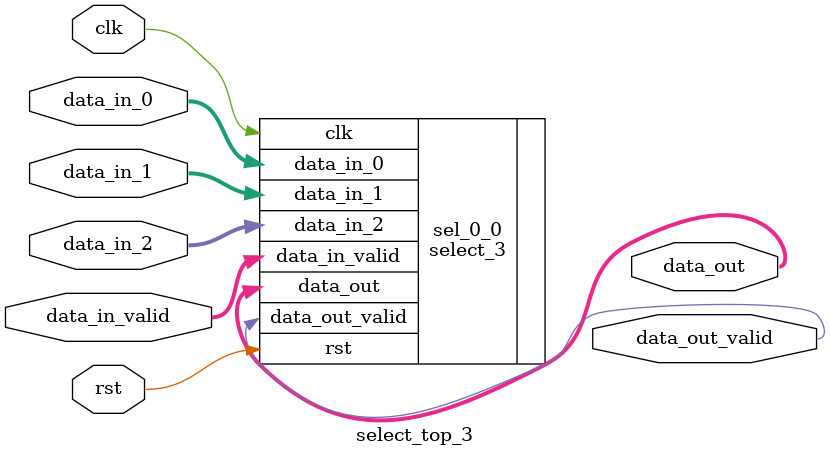
<source format=v>
module select_top_3 #
(
  parameter DATA_WIDTH = 32
)
(
  input clk,
  input rst,
  input [3-1:0] data_in_valid,
  input [DATA_WIDTH-1:0] data_in_0,
  input [DATA_WIDTH-1:0] data_in_1,
  input [DATA_WIDTH-1:0] data_in_2,
  output [DATA_WIDTH-1:0] data_out,
  output data_out_valid
);


  select_3
  #(
    .DATA_WIDTH(DATA_WIDTH)
  )
  sel_0_0
  (
    .clk(clk),
    .rst(rst),
    .data_in_valid(data_in_valid),
    .data_in_0(data_in_0),
    .data_in_1(data_in_1),
    .data_in_2(data_in_2),
    .data_out_valid(data_out_valid),
    .data_out(data_out)
  );

endmodule
</source>
